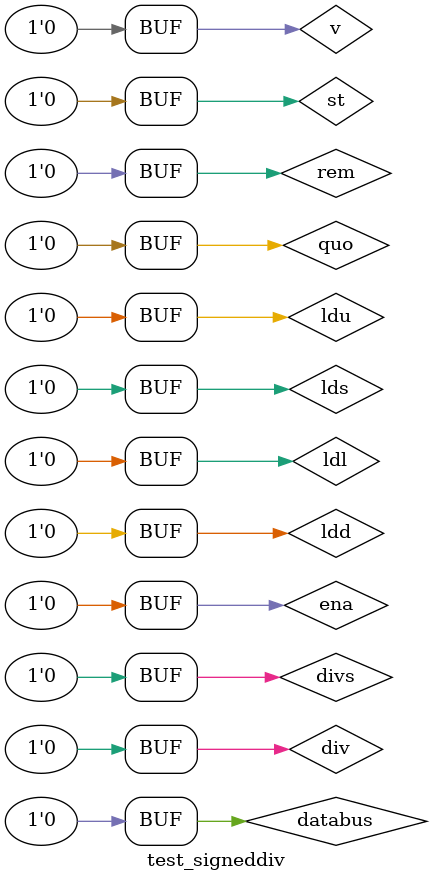
<source format=v>
`timescale 1ns / 1ps


module test_signeddiv;

	// Inputs
	reg databus;
	reg quo;
	reg rem;
	reg divs;
	reg div;
	reg ldu;
	reg ldl;
	reg lds;
	reg ldd;
	reg st;
	reg v;
	reg ena;

	// Instantiate the Unit Under Test (UUT)
	signeddivider uut (
		.databus(databus), 
		.quo(quo), 
		.rem(rem), 
		.divs(divs), 
		.div(div), 
		.ldu(ldu), 
		.ldl(ldl), 
		.lds(lds), 
		.ldd(ldd), 
		.st(st), 
		.v(v), 
		.ena(ena)
	);

	initial begin
		// Initialize Inputs
		databus = 0;
		quo = 0;
		rem = 0;
		divs = 0;
		div = 0;
		ldu = 0;
		ldl = 0;
		lds = 0;
		ldd = 0;
		st = 0;
		v = 0;
		ena = 0;

		// Wait 100 ns for global reset to finish
		#100;
        
		// Add stimulus here

	end
      
endmodule


</source>
